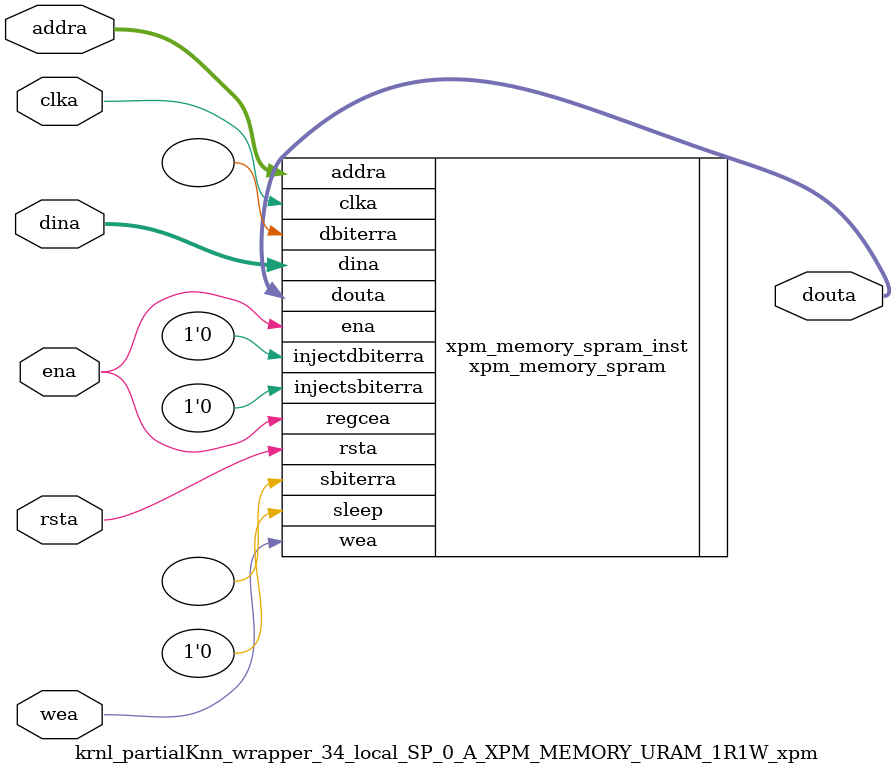
<source format=v>
`timescale 1 ns / 1 ps
module krnl_partialKnn_wrapper_34_local_SP_0_A_XPM_MEMORY_URAM_1R1W_xpm # (
  // Common module parameters
  parameter integer                 MEMORY_SIZE        = 524288,
  parameter                         MEMORY_PRIMITIVE   = "ultra",
  parameter                         ECC_MODE           = "no_ecc",
  parameter                         MEMORY_INIT_FILE   = "none",
  parameter                         WAKEUP_TIME        = "disable_sleep",
  parameter integer                 MESSAGE_CONTROL    = 0,
  // Port A module parameters
  parameter integer                 WRITE_DATA_WIDTH_A = 256,
  parameter integer                 READ_DATA_WIDTH_A  = WRITE_DATA_WIDTH_A,
  parameter integer                 BYTE_WRITE_WIDTH_A = WRITE_DATA_WIDTH_A,
  parameter integer                 ADDR_WIDTH_A       = 11,
  parameter                         READ_RESET_VALUE_A = "0",
  parameter integer                 READ_LATENCY_A     = 1,
  parameter                         WRITE_MODE_A       = "read_first"
) (
  // Port A module ports
  input  wire                                               clka,
  input  wire                                               rsta,
  input  wire                                               ena,
  input  wire [(WRITE_DATA_WIDTH_A/BYTE_WRITE_WIDTH_A)-1:0] wea,
  input  wire [ADDR_WIDTH_A-1:0]                            addra,
  input  wire [WRITE_DATA_WIDTH_A-1:0]                      dina,
  output wire [READ_DATA_WIDTH_A-1:0]                       douta
);
// Set parameter values and connect ports to instantiate an XPM_MEMORY single port RAM configuration
xpm_memory_spram # (
  // Common module parameters
  .MEMORY_SIZE        (MEMORY_SIZE),   //positive integer
  .MEMORY_PRIMITIVE   (MEMORY_PRIMITIVE),      //string; "auto", "distributed", "block" or "ultra";
  .ECC_MODE           (ECC_MODE),      //do not change
  .MEMORY_INIT_FILE   (MEMORY_INIT_FILE), //string; "none" or "<filename>.mem" 
  .MEMORY_INIT_PARAM  (""), //string;
  .WAKEUP_TIME        (WAKEUP_TIME),      //string; "disable_sleep" or "use_sleep_pin"
  .MESSAGE_CONTROL    (MESSAGE_CONTROL),      //do not change
  // Port A module parameters
  .WRITE_DATA_WIDTH_A (WRITE_DATA_WIDTH_A),     //positive integer
  .READ_DATA_WIDTH_A  (READ_DATA_WIDTH_A),     //positive integer
  .BYTE_WRITE_WIDTH_A (BYTE_WRITE_WIDTH_A),     //integer; 8, 9, or WRITE_DATA_WIDTH_A value
  .ADDR_WIDTH_A       (ADDR_WIDTH_A),      //positive integer
  .READ_RESET_VALUE_A (READ_RESET_VALUE_A),  //string
  .READ_LATENCY_A     (READ_LATENCY_A),      //non-negative integer
  .WRITE_MODE_A       (WRITE_MODE_A)       //string; "write_first", "read_first", "no_change"
) xpm_memory_spram_inst (
  // Common module ports
  .sleep          (1'b0),  //do not change
  // Port A module ports
  .clka           (clka),
  .rsta           (rsta),
  .ena            (ena),
  .regcea         (ena),
  .wea            (wea),
  .addra          (addra),
  .dina           (dina),
  .injectsbiterra (1'b0),  //do not change
  .injectdbiterra (1'b0),  //do not change
  .douta          (douta),
  .sbiterra       (),      //do not change
  .dbiterra       ()       //do not change
);
endmodule
</source>
